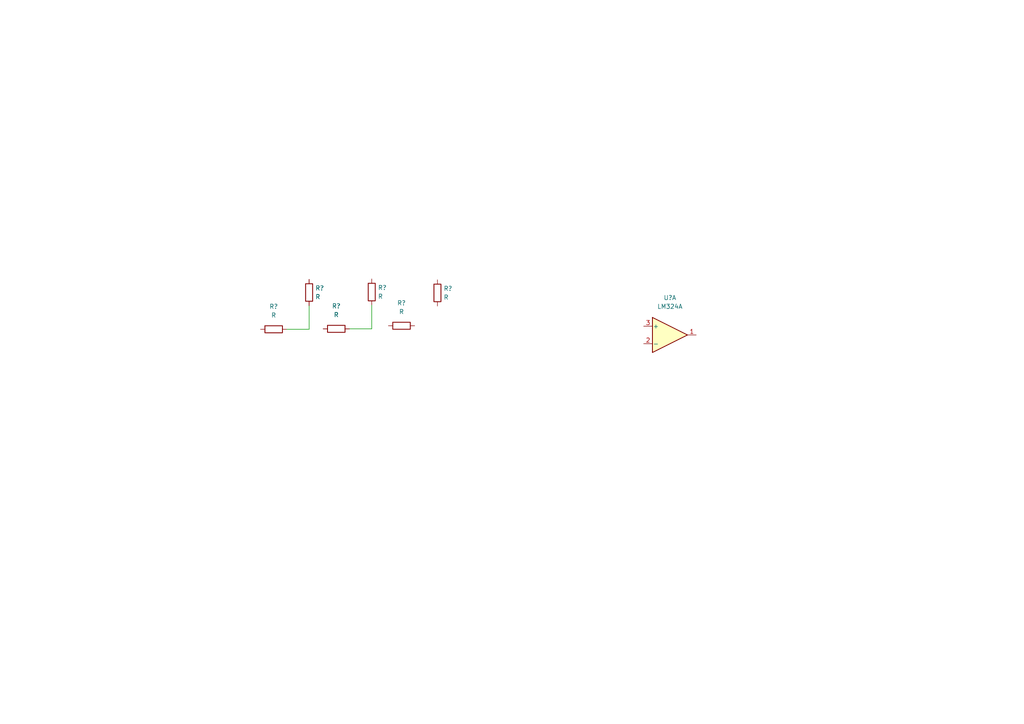
<source format=kicad_sch>
(kicad_sch (version 20211123) (generator eeschema)
  (paper "A4")
  (lib_symbols
    (symbol "Amplifier_Operational:LM324A" (pin_names (offset 0.127))
      (property "Reference" "U" (at 0 5.08 0))
      (property "Value" "LM324A" (at 0 -5.08 0))
      (symbol "LM324A_1_1"
        (polyline (pts (xy -5.08 5.08) (xy 5.08 0) (xy -5.08 -5.08) (xy -5.08 5.08)) (stroke (width 0.254)) (fill (type background)))
        (pin output line (at 7.62 0 180) (length 2.54) (name "~") (number "1"))
        (pin input line (at -7.62 -2.54 0) (length 2.54) (name "-") (number "2"))
        (pin input line (at -7.62 2.54 0) (length 2.54) (name "+") (number "3"))
      )
      (symbol "LM324A_2_1"
        (polyline (pts (xy -5.08 5.08) (xy 5.08 0) (xy -5.08 -5.08) (xy -5.08 5.08)) (stroke (width 0.254)) (fill (type background)))
        (pin input line (at -7.62 2.54 0) (length 2.54) (name "+") (number "5"))
        (pin input line (at -7.62 -2.54 0) (length 2.54) (name "-") (number "6"))
        (pin output line (at 7.62 0 180) (length 2.54) (name "~") (number "7"))
      )
      (symbol "LM324A_3_1"
        (polyline (pts (xy -5.08 5.08) (xy 5.08 0) (xy -5.08 -5.08) (xy -5.08 5.08)) (stroke (width 0.254)) (fill (type background)))
        (pin input line (at -7.62 2.54 0) (length 2.54) (name "+") (number "10"))
        (pin output line (at 7.62 0 180) (length 2.54) (name "~") (number "8"))
        (pin input line (at -7.62 -2.54 0) (length 2.54) (name "-") (number "9"))
      )
      (symbol "LM324A_4_1"
        (polyline (pts (xy -5.08 5.08) (xy 5.08 0) (xy -5.08 -5.08) (xy -5.08 5.08)) (stroke (width 0.254)) (fill (type background)))
        (pin input line (at -7.62 2.54 0) (length 2.54) (name "+") (number "12"))
        (pin input line (at -7.62 -2.54 0) (length 2.54) (name "-") (number "13"))
        (pin output line (at 7.62 0 180) (length 2.54) (name "~") (number "14"))
      )
      (symbol "LM324A_5_1"
        (pin power_in line (at -2.54 -7.62 90) (length 3.81) (name "V-") (number "11"))
        (pin power_in line (at -2.54 7.62 270) (length 3.81) (name "V+") (number "4"))
      )
    )
    (symbol "Device:R" (pin_numbers hide) (pin_names (offset 0))
      (property "Reference" "R" (at 2.032 0 90))
      (property "Value" "R" (at 0 0 90))
      (symbol "R_0_1"
        (rectangle (start -1.016 -2.54) (end 1.016 2.54) (stroke (width 0.254)))
      )
      (symbol "R_1_1"
        (pin passive line (at 0 3.81 270) (length 1.27) (name "~") (number "1"))
        (pin passive line (at 0 -3.81 90) (length 1.27) (name "~") (number "2"))
      )
    )
  )
  (wire (pts (xy 89.662 88.646) (xy 89.662 95.504)))
  (wire (pts (xy 107.823 88.519) (xy 107.823 95.377)))
  (wire (pts (xy 83.185 95.504) (xy 89.662 95.504)))
  (wire (pts (xy 101.346 95.377) (xy 107.823 95.377)))
  (symbol (lib_id "Device:R") (at 79.375 95.504 270) (unit 1)
    (property "Reference" "R?" (at 79.375 88.9 90))
    (property "Value" "R" (at 79.375 91.44 90))
  )
  (symbol (lib_id "Device:R") (at 116.459 94.488 270) (unit 1)
    (property "Reference" "R?" (at 116.459 87.884 90))
    (property "Value" "R" (at 116.459 90.424 90))
  )
  (symbol (lib_id "Device:R") (at 126.873 84.963 0) (unit 1)
    (property "Reference" "R?" (at 128.651 83.6929 0) (effects (justify left)))
    (property "Value" "R" (at 128.651 86.2329 0) (effects (justify left)))
  )
  (symbol (lib_id "Amplifier_Operational:LM324A") (at 194.31 97.155 0) (unit 1)
    (property "Reference" "U?" (at 194.31 86.36 0))
    (property "Value" "LM324A" (at 194.31 88.9 0))
    (property "Datasheet" "http://www.ti.com/lit/ds/symlink/lm2902-n.pdf" (effects hide))
  )
  (symbol (lib_id "Device:R") (at 97.536 95.377 270) (unit 1)
    (property "Reference" "R?" (at 97.536 88.773 90))
    (property "Value" "R" (at 97.536 91.313 90))
  )
  (symbol (lib_id "Device:R") (at 107.823 84.709 0) (unit 1)
    (property "Reference" "R?" (at 109.601 83.4389 0) (effects (justify left)))
    (property "Value" "R" (at 109.601 85.9789 0) (effects (justify left)))
  )
  (symbol (lib_id "Device:R") (at 89.662 84.836 0) (unit 1)
    (property "Reference" "R?" (at 91.44 83.5659 0) (effects (justify left)))
    (property "Value" "R" (at 91.44 86.1059 0) (effects (justify left)))
  )
)
</source>
